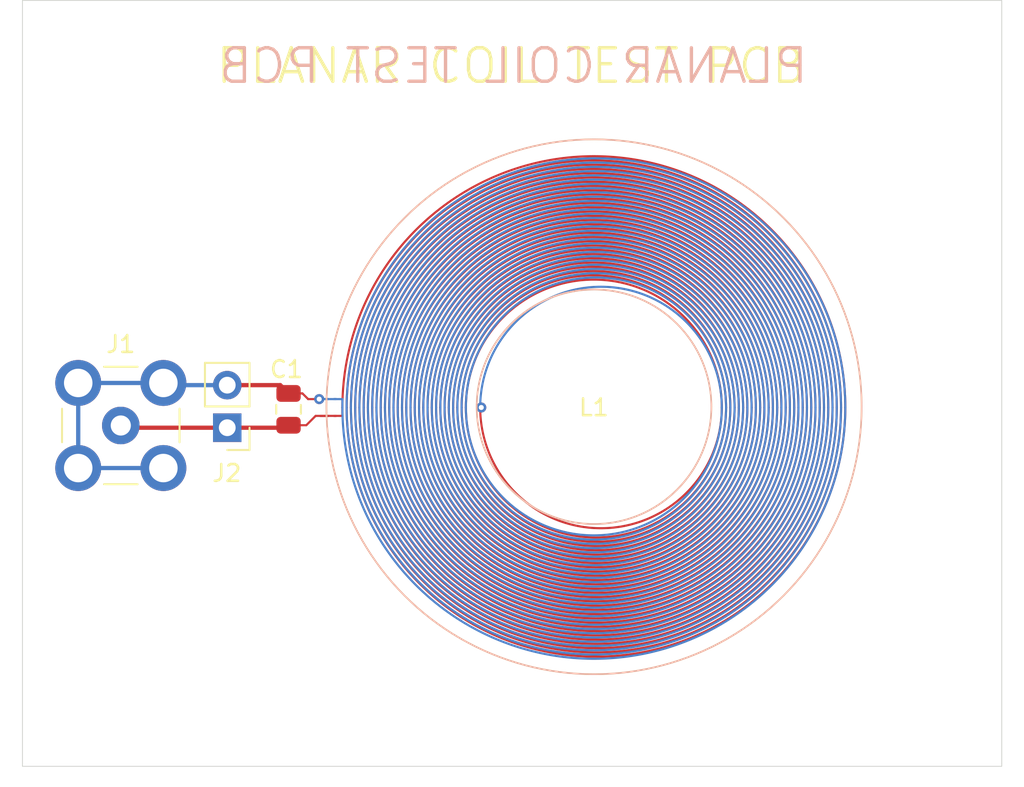
<source format=kicad_pcb>
(kicad_pcb (version 20240108) (generator "pcbnew") (generator_version "8.0")
  (layers (0 "F.Cu" signal) (31 "B.Cu" signal) (34 "B.Paste" user) (35 "F.Paste" user) (36 "B.SilkS" user "B.Silkscreen") (37 "F.SilkS" user "F.Silkscreen") (38 "B.Mask" user) (39 "F.Mask" user) (44 "Edge.Cuts" user))
  (net 0 "")
  (net 1 "Net-(J1-Ext)")
  (net 2 "Net-(J1-In)")
  (footprint "MountingHole:MountingHole_3.2mm_M3" (layer "F.Cu") (at 184.15 85.09)
    (property "Reference" "H4" (hide yes))
    (property "Value" "MountingHole")
    (pad "" np_thru_hole circle (at 0 0) (size 3.2 3.2) (drill 3.2) (layers "*.Cu" "*.Mask"))
  )
  (footprint "Connector_PinHeader_2.54mm:PinHeader_1x02_P2.54mm_Vertical" (layer "F.Cu") (at 141.7574 68.6866 180)
    (property "Reference" "J2" (at 0.0254 -2.7128 180) (layer "F.SilkS"))
    (property "Value" "Conn_01x02")
    (fp_line (start 1.33 1.27) (end 1.33 3.87) (stroke (width 0.12)) (layer "F.SilkS"))
    (fp_line (start -1.33 3.87) (end 1.33 3.87) (stroke (width 0.12)) (layer "F.SilkS"))
    (fp_line (start -1.33 1.27) (end 1.33 1.27) (stroke (width 0.12)) (layer "F.SilkS"))
    (fp_line (start -1.33 1.27) (end -1.33 3.87) (stroke (width 0.12)) (layer "F.SilkS"))
    (fp_line (start -1.33 0) (end -1.33 -1.33) (stroke (width 0.12)) (layer "F.SilkS"))
    (fp_line (start -1.33 -1.33) (end 0 -1.33) (stroke (width 0.12)) (layer "F.SilkS"))
    (pad "1" thru_hole rect (at 0 0 180) (size 1.7 1.7) (drill 1) (layers "*.Cu" "*.Mask") (net 2 "Net-(J1-In)"))
    (pad "2" thru_hole oval (at 0 2.54 180) (size 1.7 1.7) (drill 1) (layers "*.Cu" "*.Mask") (net 1 "Net-(J1-Ext)"))
  )
  (footprint "Capacitor_SMD:C_0805_2012Metric" (layer "F.Cu") (at 145.415 67.5894 90)
    (property "Reference" "C1" (at 2.3876 -0.127 0) (layer "F.SilkS"))
    (property "Value" "330pF")
    (fp_line (start -0.261252 -0.735) (end 0.261252 -0.735) (stroke (width 0.12)) (layer "F.SilkS"))
    (fp_line (start -0.261252 0.735) (end 0.261252 0.735) (stroke (width 0.12)) (layer "F.SilkS"))
    (pad "1" smd roundrect (at -0.95 0 90) (size 1 1.45) (layers "F.Cu" "F.Paste" "F.Mask") (net 2 "Net-(J1-In)"))
    (pad "2" smd roundrect (at 0.95 0 90) (size 1 1.45) (layers "F.Cu" "F.Paste" "F.Mask") (net 1 "Net-(J1-Ext)"))
  )
  (footprint "MountingHole:MountingHole_3.2mm_M3" (layer "F.Cu") (at 133.35 46.99)
    (property "Reference" "H1" (hide yes))
    (property "Value" "MountingHole")
    (pad "" np_thru_hole circle (at 0 0) (size 3.2 3.2) (drill 3.2) (layers "*.Cu" "*.Mask"))
  )
  (footprint "pcb_coils:pcb_coil_30_turns_2_layers_30mm_od" (layer "F.Cu") (at 163.7542 67.4798 180)
    (property "Reference" "L1" (at 0.127 0 0) (layer "F.SilkS"))
    (property "Value" "L")
    (fp_line (start 15.127 0) (end 15.127 -0.5) (stroke (width 0.127)) (layer "F.Cu"))
    (fp_line (start 15.127 -0.5) (end 15.627 -0.5) (stroke (width 0.127)) (layer "F.Cu"))
    (fp_arc (start 15.127 0) (mid 0.127 15) (end -14.873 0) (stroke (width 0.127)) (layer "F.Cu"))
    (fp_arc (start 14.873 0) (mid 0.127 14.746) (end -14.619 0) (stroke (width 0.127)) (layer "F.Cu"))
    (fp_arc (start 14.619 0) (mid 0.127 14.492) (end -14.365 0) (stroke (width 0.127)) (layer "F.Cu"))
    (fp_arc (start 14.365 0) (mid 0.127 14.238) (end -14.111 0) (stroke (width 0.127)) (layer "F.Cu"))
    (fp_arc (start 14.111 0) (mid 0.127 13.984) (end -13.857 0) (stroke (width 0.127)) (layer "F.Cu"))
    (fp_arc (start 13.857 0) (mid 0.127 13.73) (end -13.603 0) (stroke (width 0.127)) (layer "F.Cu"))
    (fp_arc (start 13.603 0) (mid 0.127 13.476) (end -13.349 0) (stroke (width 0.127)) (layer "F.Cu"))
    (fp_arc (start 13.349 0) (mid 0.127 13.222) (end -13.095 0) (stroke (width 0.127)) (layer "F.Cu"))
    (fp_arc (start 13.095 0) (mid 0.127 12.968) (end -12.841 0) (stroke (width 0.127)) (layer "F.Cu"))
    (fp_arc (start 12.841 0) (mid 0.127 12.714) (end -12.587 0) (stroke (width 0.127)) (layer "F.Cu"))
    (fp_arc (start 12.587 0) (mid 0.127 12.46) (end -12.333 0) (stroke (width 0.127)) (layer "F.Cu"))
    (fp_arc (start 12.333 0) (mid 0.127 12.206) (end -12.079 0) (stroke (width 0.127)) (layer "F.Cu"))
    (fp_arc (start 12.079 0) (mid 0.127 11.952) (end -11.825 0) (stroke (width 0.127)) (layer "F.Cu"))
    (fp_arc (start 11.825 0) (mid 0.127 11.698) (end -11.571 0) (stroke (width 0.127)) (layer "F.Cu"))
    (fp_arc (start 11.571 0) (mid 0.127 11.444) (end -11.317 0) (stroke (width 0.127)) (layer "F.Cu"))
    (fp_arc (start 11.317 0) (mid 0.127 11.19) (end -11.063 0) (stroke (width 0.127)) (layer "F.Cu"))
    (fp_arc (start 11.063 0) (mid 0.127 10.936) (end -10.809 0) (stroke (width 0.127)) (layer "F.Cu"))
    (fp_arc (start 10.809 0) (mid 0.127 10.682) (end -10.555 0) (stroke (width 0.127)) (layer "F.Cu"))
    (fp_arc (start 10.555 0) (mid 0.127 10.428) (end -10.301 0) (stroke (width 0.127)) (layer "F.Cu"))
    (fp_arc (start 10.301 0) (mid 0.127 10.174) (end -10.047 0) (stroke (width 0.127)) (layer "F.Cu"))
    (fp_arc (start 10.047 0) (mid 0.127 9.92) (end -9.793 0) (stroke (width 0.127)) (layer "F.Cu"))
    (fp_arc (start 9.793 0) (mid 0.127 9.666) (end -9.539 0) (stroke (width 0.127)) (layer "F.Cu"))
    (fp_arc (start 9.539 0) (mid 0.127 9.412) (end -9.285 0) (stroke (width 0.127)) (layer "F.Cu"))
    (fp_arc (start 9.285 0) (mid 0.127 9.158) (end -9.031 0) (stroke (width 0.127)) (layer "F.Cu"))
    (fp_arc (start 9.031 0) (mid 0.127 8.904) (end -8.777 0) (stroke (width 0.127)) (layer "F.Cu"))
    (fp_arc (start 8.777 0) (mid 0.127 8.65) (end -8.523 0) (stroke (width 0.127)) (layer "F.Cu"))
    (fp_arc (start 8.523 0) (mid 0.127 8.396) (end -8.269 0) (stroke (width 0.127)) (layer "F.Cu"))
    (fp_arc (start 8.269 0) (mid 0.127 8.142) (end -8.015 0) (stroke (width 0.127)) (layer "F.Cu"))
    (fp_arc (start 8.015 0) (mid 0.127 7.888) (end -7.761 0) (stroke (width 0.127)) (layer "F.Cu"))
    (fp_arc (start 7.761 0) (mid 0.127 7.638227) (end -7.507 0) (stroke (width 0.127)) (layer "F.Cu"))
    (fp_arc (start -7.507 0) (mid -0.3 -7.213247) (end 6.907 0) (stroke (width 0.127)) (layer "F.Cu"))
    (fp_arc (start -7.761 0) (mid 0 -7.761) (end 7.761 0) (stroke (width 0.127)) (layer "F.Cu"))
    (fp_arc (start -8.015 0) (mid 0 -8.015) (end 8.015 0) (stroke (width 0.127)) (layer "F.Cu"))
    (fp_arc (start -8.269 0) (mid 0 -8.269) (end 8.269 0) (stroke (width 0.127)) (layer "F.Cu"))
    (fp_arc (start -8.523 0) (mid 0 -8.523) (end 8.523 0) (stroke (width 0.127)) (layer "F.Cu"))
    (fp_arc (start -8.777 0) (mid 0 -8.777) (end 8.777 0) (stroke (width 0.127)) (layer "F.Cu"))
    (fp_arc (start -9.031 0) (mid 0 -9.031) (end 9.031 0) (stroke (width 0.127)) (layer "F.Cu"))
    (fp_arc (start -9.285 0) (mid 0 -9.285) (end 9.285 0) (stroke (width 0.127)) (layer "F.Cu"))
    (fp_arc (start -9.539 0) (mid 0 -9.539) (end 9.539 0) (stroke (width 0.127)) (layer "F.Cu"))
    (fp_arc (start -9.793 0) (mid 0 -9.793) (end 9.793 0) (stroke (width 0.127)) (layer "F.Cu"))
    (fp_arc (start -10.047 0) (mid 0 -10.047) (end 10.047 0) (stroke (width 0.127)) (layer "F.Cu"))
    (fp_arc (start -10.301 0) (mid 0 -10.301) (end 10.301 0) (stroke (width 0.127)) (layer "F.Cu"))
    (fp_arc (start -10.555 0) (mid 0 -10.555) (end 10.555 0) (stroke (width 0.127)) (layer "F.Cu"))
    (fp_arc (start -10.809 0) (mid 0 -10.809) (end 10.809 0) (stroke (width 0.127)) (layer "F.Cu"))
    (fp_arc (start -11.063 0) (mid 0 -11.063) (end 11.063 0) (stroke (width 0.127)) (layer "F.Cu"))
    (fp_arc (start -11.317 0) (mid 0 -11.317) (end 11.317 0) (stroke (width 0.127)) (layer "F.Cu"))
    (fp_arc (start -11.571 0) (mid 0 -11.571) (end 11.571 0) (stroke (width 0.127)) (layer "F.Cu"))
    (fp_arc (start -11.825 0) (mid 0 -11.825) (end 11.825 0) (stroke (width 0.127)) (layer "F.Cu"))
    (fp_arc (start -12.079 0) (mid 0 -12.079) (end 12.079 0) (stroke (width 0.127)) (layer "F.Cu"))
    (fp_arc (start -12.333 0) (mid 0 -12.333) (end 12.333 0) (stroke (width 0.127)) (layer "F.Cu"))
    (fp_arc (start -12.587 0) (mid 0 -12.587) (end 12.587 0) (stroke (width 0.127)) (layer "F.Cu"))
    (fp_arc (start -12.841 0) (mid 0 -12.841) (end 12.841 0) (stroke (width 0.127)) (layer "F.Cu"))
    (fp_arc (start -13.095 0) (mid 0 -13.095) (end 13.095 0) (stroke (width 0.127)) (layer "F.Cu"))
    (fp_arc (start -13.349 0) (mid 0 -13.349) (end 13.349 0) (stroke (width 0.127)) (layer "F.Cu"))
    (fp_arc (start -13.603 0) (mid 0 -13.603) (end 13.603 0) (stroke (width 0.127)) (layer "F.Cu"))
    (fp_arc (start -13.857 0) (mid 0 -13.857) (end 13.857 0) (stroke (width 0.127)) (layer "F.Cu"))
    (fp_arc (start -14.111 0) (mid 0 -14.111) (end 14.111 0) (stroke (width 0.127)) (layer "F.Cu"))
    (fp_arc (start -14.365 0) (mid 0 -14.365) (end 14.365 0) (stroke (width 0.127)) (layer "F.Cu"))
    (fp_arc (start -14.619 0) (mid 0 -14.619) (end 14.619 0) (stroke (width 0.127)) (layer "F.Cu"))
    (fp_arc (start -14.873 0) (mid 0 -14.873) (end 14.873 0) (stroke (width 0.127)) (layer "F.Cu"))
    (fp_line (start 15.127 0.5) (end 15.627 0.5) (stroke (width 0.127)) (layer "B.Cu"))
    (fp_line (start 15.127 0) (end 15.127 0.5) (stroke (width 0.127)) (layer "B.Cu"))
    (fp_arc (start 14.873 0) (mid 0 14.873) (end -14.873 0) (stroke (width 0.127)) (layer "B.Cu"))
    (fp_arc (start 14.619 0) (mid 0 14.619) (end -14.619 0) (stroke (width 0.127)) (layer "B.Cu"))
    (fp_arc (start 14.365 0) (mid 0 14.365) (end -14.365 0) (stroke (width 0.127)) (layer "B.Cu"))
    (fp_arc (start 14.111 0) (mid 0 14.111) (end -14.111 0) (stroke (width 0.127)) (layer "B.Cu"))
    (fp_arc (start 13.857 0) (mid 0 13.857) (end -13.857 0) (stroke (width 0.127)) (layer "B.Cu"))
    (fp_arc (start 13.603 0) (mid 0 13.603) (end -13.603 0) (stroke (width 0.127)) (layer "B.Cu"))
    (fp_arc (start 13.349 0) (mid 0 13.349) (end -13.349 0) (stroke (width 0.127)) (layer "B.Cu"))
    (fp_arc (start 13.095 0) (mid 0 13.095) (end -13.095 0) (stroke (width 0.127)) (layer "B.Cu"))
    (fp_arc (start 12.841 0) (mid 0 12.841) (end -12.841 0) (stroke (width 0.127)) (layer "B.Cu"))
    (fp_arc (start 12.587 0) (mid 0 12.587) (end -12.587 0) (stroke (width 0.127)) (layer "B.Cu"))
    (fp_arc (start 12.333 0) (mid 0 12.333) (end -12.333 0) (stroke (width 0.127)) (layer "B.Cu"))
    (fp_arc (start 12.079 0) (mid 0 12.079) (end -12.079 0) (stroke (width 0.127)) (layer "B.Cu"))
    (fp_arc (start 11.825 0) (mid 0 11.825) (end -11.825 0) (stroke (width 0.127)) (layer "B.Cu"))
    (fp_arc (start 11.571 0) (mid 0 11.571) (end -11.571 0) (stroke (width 0.127)) (layer "B.Cu"))
    (fp_arc (start 11.317 0) (mid 0 11.317) (end -11.317 0) (stroke (width 0.127)) (layer "B.Cu"))
    (fp_arc (start 11.063 0) (mid 0 11.063) (end -11.063 0) (stroke (width 0.127)) (layer "B.Cu"))
    (fp_arc (start 10.809 0) (mid 0 10.809) (end -10.809 0) (stroke (width 0.127)) (layer "B.Cu"))
    (fp_arc (start 10.555 0) (mid 0 10.555) (end -10.555 0) (stroke (width 0.127)) (layer "B.Cu"))
    (fp_arc (start 10.301 0) (mid 0 10.301) (end -10.301 0) (stroke (width 0.127)) (layer "B.Cu"))
    (fp_arc (start 10.047 0) (mid 0 10.047) (end -10.047 0) (stroke (width 0.127)) (layer "B.Cu"))
    (fp_arc (start 9.793 0) (mid 0 9.793) (end -9.793 0) (stroke (width 0.127)) (layer "B.Cu"))
    (fp_arc (start 9.539 0) (mid 0 9.539) (end -9.539 0) (stroke (width 0.127)) (layer "B.Cu"))
    (fp_arc (start 9.285 0) (mid 0 9.285) (end -9.285 0) (stroke (width 0.127)) (layer "B.Cu"))
    (fp_arc (start 9.031 0) (mid 0 9.031) (end -9.031 0) (stroke (width 0.127)) (layer "B.Cu"))
    (fp_arc (start 8.777 0) (mid 0 8.777) (end -8.777 0) (stroke (width 0.127)) (layer "B.Cu"))
    (fp_arc (start 8.523 0) (mid 0 8.523) (end -8.523 0) (stroke (width 0.127)) (layer "B.Cu"))
    (fp_arc (start 8.269 0) (mid 0 8.269) (end -8.269 0) (stroke (width 0.127)) (layer "B.Cu"))
    (fp_arc (start 8.015 0) (mid 0 8.015) (end -8.015 0) (stroke (width 0.127)) (layer "B.Cu"))
    (fp_arc (start 7.761 0) (mid 0 7.761) (end -7.761 0) (stroke (width 0.127)) (layer "B.Cu"))
    (fp_arc (start 6.907 0) (mid -0.3 7.213247) (end -7.507 0) (stroke (width 0.127)) (layer "B.Cu"))
    (fp_arc (start -7.507 0) (mid 0.127 -7.638227) (end 7.761 0) (stroke (width 0.127)) (layer "B.Cu"))
    (fp_arc (start -7.761 0) (mid 0.127 -7.888) (end 8.015 0) (stroke (width 0.127)) (layer "B.Cu"))
    (fp_arc (start -8.015 0) (mid 0.127 -8.142) (end 8.269 0) (stroke (width 0.127)) (layer "B.Cu"))
    (fp_arc (start -8.269 0) (mid 0.127 -8.396) (end 8.523 0) (stroke (width 0.127)) (layer "B.Cu"))
    (fp_arc (start -8.523 0) (mid 0.127 -8.65) (end 8.777 0) (stroke (width 0.127)) (layer "B.Cu"))
    (fp_arc (start -8.777 0) (mid 0.127 -8.904) (end 9.031 0) (stroke (width 0.127)) (layer "B.Cu"))
    (fp_arc (start -9.031 0) (mid 0.127 -9.158) (end 9.285 0) (stroke (width 0.127)) (layer "B.Cu"))
    (fp_arc (start -9.285 0) (mid 0.127 -9.412) (end 9.539 0) (stroke (width 0.127)) (layer "B.Cu"))
    (fp_arc (start -9.539 0) (mid 0.127 -9.666) (end 9.793 0) (stroke (width 0.127)) (layer "B.Cu"))
    (fp_arc (start -9.793 0) (mid 0.127 -9.92) (end 10.047 0) (stroke (width 0.127)) (layer "B.Cu"))
    (fp_arc (start -10.047 0) (mid 0.127 -10.174) (end 10.301 0) (stroke (width 0.127)) (layer "B.Cu"))
    (fp_arc (start -10.301 0) (mid 0.127 -10.428) (end 10.555 0) (stroke (width 0.127)) (layer "B.Cu"))
    (fp_arc (start -10.555 0) (mid 0.127 -10.682) (end 10.809 0) (stroke (width 0.127)) (layer "B.Cu"))
    (fp_arc (start -10.809 0) (mid 0.127 -10.936) (end 11.063 0) (stroke (width 0.127)) (layer "B.Cu"))
    (fp_arc (start -11.063 0) (mid 0.127 -11.19) (end 11.317 0) (stroke (width 0.127)) (layer "B.Cu"))
    (fp_arc (start -11.317 0) (mid 0.127 -11.444) (end 11.571 0) (stroke (width 0.127)) (layer "B.Cu"))
    (fp_arc (start -11.571 0) (mid 0.127 -11.698) (end 11.825 0) (stroke (width 0.127)) (layer "B.Cu"))
    (fp_arc (start -11.825 0) (mid 0.127 -11.952) (end 12.079 0) (stroke (width 0.127)) (layer "B.Cu"))
    (fp_arc (start -12.079 0) (mid 0.127 -12.206) (end 12.333 0) (stroke (width 0.127)) (layer "B.Cu"))
    (fp_arc (start -12.333 0) (mid 0.127 -12.46) (end 12.587 0) (stroke (width 0.127)) (layer "B.Cu"))
    (fp_arc (start -12.587 0) (mid 0.127 -12.714) (end 12.841 0) (stroke (width 0.127)) (layer "B.Cu"))
    (fp_arc (start -12.841 0) (mid 0.127 -12.968) (end 13.095 0) (stroke (width 0.127)) (layer "B.Cu"))
    (fp_arc (start -13.095 0) (mid 0.127 -13.222) (end 13.349 0) (stroke (width 0.127)) (layer "B.Cu"))
    (fp_arc (start -13.349 0) (mid 0.127 -13.476) (end 13.603 0) (stroke (width 0.127)) (layer "B.Cu"))
    (fp_arc (start -13.603 0) (mid 0.127 -13.73) (end 13.857 0) (stroke (width 0.127)) (layer "B.Cu"))
    (fp_arc (start -13.857 0) (mid 0.127 -13.984) (end 14.111 0) (stroke (width 0.127)) (layer "B.Cu"))
    (fp_arc (start -14.111 0) (mid 0.127 -14.238) (end 14.365 0) (stroke (width 0.127)) (layer "B.Cu"))
    (fp_arc (start -14.365 0) (mid 0.127 -14.492) (end 14.619 0) (stroke (width 0.127)) (layer "B.Cu"))
    (fp_arc (start -14.619 0) (mid 0.127 -14.746) (end 14.873 0) (stroke (width 0.127)) (layer "B.Cu"))
    (fp_arc (start -14.873 0) (mid 0.127 -15) (end 15.127 0) (stroke (width 0.127)) (layer "B.Cu"))
    (pad "" thru_hole circle (at 6.843 0 180) (size 0.6 0.6) (drill 0.3) (layers "*.Cu" "*.Mask"))
    (pad "1" smd roundrect (at 15.977 -0.5 180) (size 1.016 0.127) (layers "F.Cu") (net 2 "Net-(J1-In)"))
    (pad "2" smd roundrect (at 15.977 0.5 180) (size 1.016 0.127) (layers "B.Cu") (net 1 "Net-(J1-Ext)"))
  )
  (footprint "Connector_Coaxial:SMB_Jack_Vertical" (layer "F.Cu") (at 135.4074 68.5546)
    (property "Reference" "J1" (at 0 -4.85 0) (layer "F.SilkS"))
    (property "Value" "Conn_Coaxial")
    (fp_line (start -3.5052 1) (end -3.5052 -1) (stroke (width 0.12)) (layer "F.SilkS"))
    (fp_line (start -1 -3.5052) (end 1 -3.5052) (stroke (width 0.12)) (layer "F.SilkS"))
    (fp_line (start 1 3.5052) (end -1 3.5052) (stroke (width 0.12)) (layer "F.SilkS"))
    (fp_line (start 3.5052 -1) (end 3.5052 1) (stroke (width 0.12)) (layer "F.SilkS"))
    (pad "1" thru_hole circle (at 0 0) (size 2.24 2.24) (drill 1.2) (layers "*.Cu" "*.Mask") (net 2 "Net-(J1-In)"))
    (pad "2" thru_hole circle (at -2.54 -2.54) (size 2.74 2.74) (drill 1.7) (layers "*.Cu" "*.Mask") (net 1 "Net-(J1-Ext)"))
    (pad "2" thru_hole circle (at -2.54 2.54) (size 2.74 2.74) (drill 1.7) (layers "*.Cu" "*.Mask") (net 1 "Net-(J1-Ext)"))
    (pad "2" thru_hole circle (at 2.54 -2.54) (size 2.74 2.74) (drill 1.7) (layers "*.Cu" "*.Mask") (net 1 "Net-(J1-Ext)"))
    (pad "2" thru_hole circle (at 2.54 2.54) (size 2.74 2.74) (drill 1.7) (layers "*.Cu" "*.Mask") (net 1 "Net-(J1-Ext)"))
  )
  (footprint "MountingHole:MountingHole_3.2mm_M3" (layer "F.Cu") (at 184.15 46.99)
    (property "Reference" "H2" (hide yes))
    (property "Value" "MountingHole")
    (pad "" np_thru_hole circle (at 0 0) (size 3.2 3.2) (drill 3.2) (layers "*.Cu" "*.Mask"))
  )
  (footprint "MountingHole:MountingHole_3.2mm_M3" (layer "F.Cu") (at 133.35 85.09)
    (property "Reference" "H3" (hide yes))
    (property "Value" "MountingHole")
    (pad "" np_thru_hole circle (at 0 0) (size 3.2 3.2) (drill 3.2) (layers "*.Cu" "*.Mask"))
  )
  (gr_circle (center 163.638738 67.437) (end 156.638738 67.437) (stroke (width 0.1)) (fill none) (layer "B.SilkS"))
  (gr_circle (center 163.638738 67.437) (end 149.186138 74.2188) (stroke (width 0.1)) (fill none) (layer "B.SilkS"))
  (gr_circle (center 163.638738 67.437) (end 170.638738 67.437) (stroke (width 0.1)) (fill none) (layer "F.SilkS"))
  (gr_circle (center 163.638738 67.437) (end 178.091338 74.2188) (stroke (width 0.1)) (fill none) (layer "F.SilkS"))
  (gr_rect (start 129.54 43.18) (end 187.96 88.9) (stroke (width 0.05)) (fill none) (layer "Edge.Cuts"))
  (gr_text "PLANAR COIL TEST PCB" (at 176.53 48.26 0) (layer "B.SilkS") (effects (font (size 2 2) (thickness 0.2)) (justify left bottom mirror)))
  (gr_text "PLANAR COIL TEST PCB" (at 140.97 48.26 -0) (layer "F.SilkS") (effects (font (size 2 2) (thickness 0.2)) (justify left bottom)))
  (segment (start 146.5834 66.9798) (end 146.243 66.6394) (width 0.127) (layer "F.Cu") (net 1))
  (segment (start 146.243 66.6394) (end 145.415 66.6394) (width 0.127) (layer "F.Cu") (net 1))
  (segment (start 144.9222 66.1466) (end 145.415 66.6394) (width 0.254) (layer "F.Cu") (net 1))
  (segment (start 147.2438 66.9798) (end 146.5834 66.9798) (width 0.127) (layer "F.Cu") (net 1))
  (segment (start 141.7574 66.1466) (end 144.9222 66.1466) (width 0.254) (layer "F.Cu") (net 1))
  (via (at 147.2438 66.9798) (size 0.6) (drill 0.3) (layers "F.Cu" "B.Cu") (net 1))
  (segment (start 138.0794 66.1466) (end 137.9474 66.0146) (width 0.254) (layer "B.Cu") (net 1))
  (segment (start 147.7772 66.9798) (end 147.2438 66.9798) (width 0.127) (layer "B.Cu") (net 1))
  (segment (start 141.7574 66.1466) (end 138.0794 66.1466) (width 0.254) (layer "B.Cu") (net 1))
  (segment (start 132.8674 66.0146) (end 132.8674 71.0946) (width 0.254) (layer "B.Cu") (net 1))
  (segment (start 137.9474 66.0146) (end 132.8674 66.0146) (width 0.254) (layer "B.Cu") (net 1))
  (segment (start 132.8674 71.0946) (end 137.9474 71.0946) (width 0.254) (layer "B.Cu") (net 1))
  (segment (start 141.7574 68.6866) (end 145.2678 68.6866) (width 0.254) (layer "F.Cu") (net 2))
  (segment (start 145.2678 68.6866) (end 145.415 68.5394) (width 0.254) (layer "F.Cu") (net 2))
  (segment (start 141.7574 68.6866) (end 135.5394 68.6866) (width 0.254) (layer "F.Cu") (net 2))
  (segment (start 145.415 68.5394) (end 146.4716 68.5394) (width 0.127) (layer "F.Cu") (net 2))
  (segment (start 147.0312 67.9798) (end 147.7772 67.9798) (width 0.127) (layer "F.Cu") (net 2))
  (segment (start 146.4716 68.5394) (end 147.0312 67.9798) (width 0.127) (layer "F.Cu") (net 2))
  (segment (start 135.5394 68.6866) (end 135.4074 68.5546) (width 0.254) (layer "F.Cu") (net 2))
)
</source>
